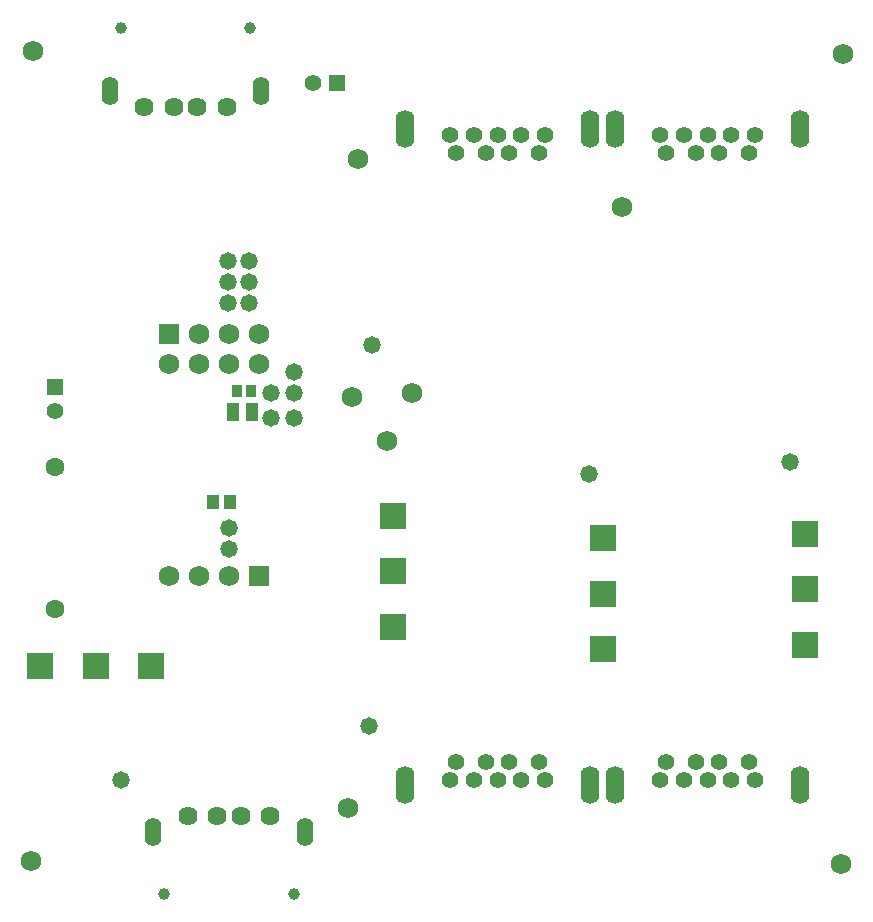
<source format=gbs>
G04*
G04 #@! TF.GenerationSoftware,Altium Limited,Altium Designer,20.0.10 (225)*
G04*
G04 Layer_Color=16711935*
%FSLAX25Y25*%
%MOIN*%
G70*
G01*
G75*
%ADD15R,0.03753X0.04147*%
%ADD32C,0.06800*%
%ADD33R,0.06800X0.06800*%
%ADD34R,0.08800X0.08800*%
%ADD35R,0.08800X0.08800*%
%ADD36C,0.05524*%
%ADD37R,0.05524X0.05524*%
%ADD38R,0.05524X0.05524*%
%ADD39O,0.06312X0.12611*%
%ADD40O,0.05524X0.09461*%
%ADD41C,0.06391*%
%ADD42C,0.03950*%
%ADD43C,0.06312*%
%ADD44C,0.05800*%
%ADD91R,0.03950X0.04737*%
%ADD92R,0.04147X0.06115*%
D15*
X483539Y371500D02*
D03*
X488461D02*
D03*
D32*
X471000Y310000D02*
D03*
X481000D02*
D03*
X461000D02*
D03*
Y380500D02*
D03*
X471000D02*
D03*
X481000D02*
D03*
X491000D02*
D03*
Y390500D02*
D03*
X481000D02*
D03*
X471000D02*
D03*
X520500Y232500D02*
D03*
X612000Y433000D02*
D03*
X533500Y355000D02*
D03*
X542000Y371000D02*
D03*
X524000Y449000D02*
D03*
X522000Y369500D02*
D03*
X685000Y214000D02*
D03*
X415000Y215000D02*
D03*
X685500Y484000D02*
D03*
X415500Y485000D02*
D03*
D33*
X491000Y310000D02*
D03*
X461000Y390500D02*
D03*
D34*
X673000Y287000D02*
D03*
Y305500D02*
D03*
Y324000D02*
D03*
X535500Y293000D02*
D03*
Y311500D02*
D03*
Y330000D02*
D03*
X605500Y322500D02*
D03*
Y304000D02*
D03*
Y285500D02*
D03*
D35*
X418000Y280000D02*
D03*
X436500D02*
D03*
X455000D02*
D03*
D36*
X509063Y474354D02*
D03*
X423146Y365063D02*
D03*
X554752Y242039D02*
D03*
X586248D02*
D03*
X562626D02*
D03*
X570500D02*
D03*
X578374D02*
D03*
X584279Y247945D02*
D03*
X556720D02*
D03*
X574437D02*
D03*
X566563D02*
D03*
X586248Y456961D02*
D03*
X554752D02*
D03*
X578374D02*
D03*
X570500D02*
D03*
X562626D02*
D03*
X556720Y451055D02*
D03*
X584279D02*
D03*
X566563D02*
D03*
X574437D02*
D03*
X624752Y242039D02*
D03*
X656248D02*
D03*
X632626D02*
D03*
X640500D02*
D03*
X648374D02*
D03*
X654280Y247945D02*
D03*
X626721D02*
D03*
X644437D02*
D03*
X636563D02*
D03*
X656248Y456961D02*
D03*
X624752D02*
D03*
X648374D02*
D03*
X640500D02*
D03*
X632626D02*
D03*
X626721Y451055D02*
D03*
X654280D02*
D03*
X636563D02*
D03*
X644437D02*
D03*
D37*
X516937Y474354D02*
D03*
D38*
X423146Y372937D02*
D03*
D39*
X601405Y240150D02*
D03*
X539595D02*
D03*
X539595Y458850D02*
D03*
X601405D02*
D03*
X671406Y240150D02*
D03*
X609594D02*
D03*
X609594Y458850D02*
D03*
X671406D02*
D03*
D40*
X441303Y471721D02*
D03*
X491697D02*
D03*
X506197Y224780D02*
D03*
X455803D02*
D03*
D41*
X480279Y466405D02*
D03*
X452720D02*
D03*
X470437D02*
D03*
X462563D02*
D03*
X467220Y230095D02*
D03*
X494779D02*
D03*
X477063D02*
D03*
X484937D02*
D03*
D42*
X488154Y492587D02*
D03*
X444846D02*
D03*
X459346Y203913D02*
D03*
X502654D02*
D03*
D43*
X423000Y298878D02*
D03*
Y346122D02*
D03*
D44*
X495000Y371000D02*
D03*
Y362500D02*
D03*
X481000Y319000D02*
D03*
Y326000D02*
D03*
X502500Y362500D02*
D03*
Y371000D02*
D03*
Y378000D02*
D03*
X487500Y415000D02*
D03*
Y408000D02*
D03*
Y401000D02*
D03*
X480500D02*
D03*
Y408000D02*
D03*
Y415000D02*
D03*
X601000Y344000D02*
D03*
X527500Y260000D02*
D03*
X445000Y242000D02*
D03*
X668000Y348000D02*
D03*
X528500Y387000D02*
D03*
D91*
X481453Y334500D02*
D03*
X475547D02*
D03*
D92*
X488748Y364500D02*
D03*
X482252D02*
D03*
M02*

</source>
